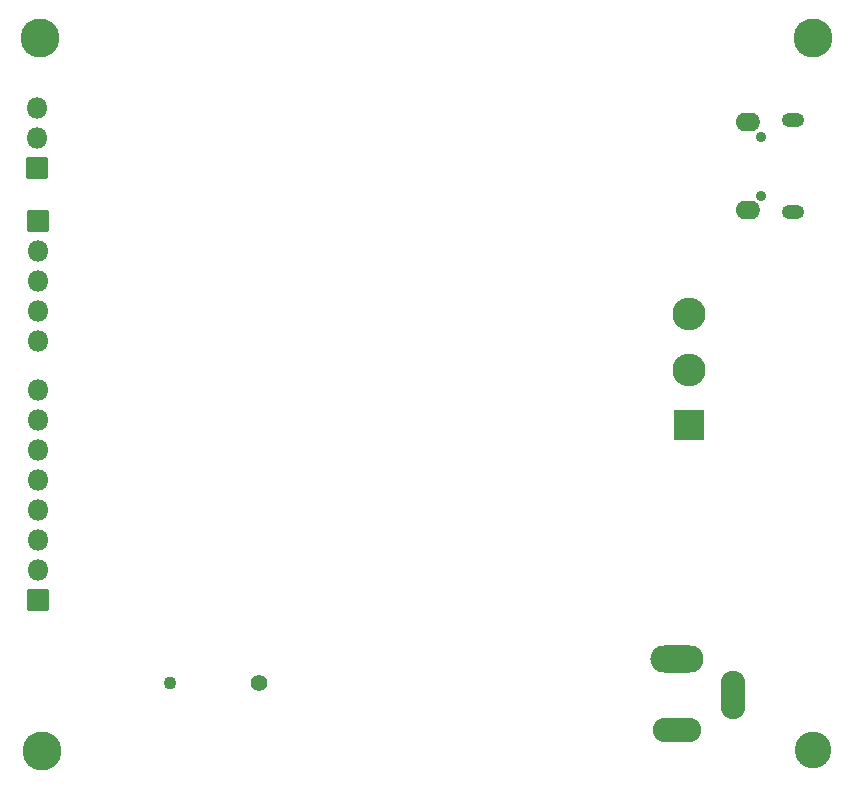
<source format=gbr>
%TF.GenerationSoftware,KiCad,Pcbnew,7.0.5*%
%TF.CreationDate,2023-07-07T19:33:34+07:00*%
%TF.ProjectId,19-6-2023_WeatherStation_QuocThang_V1,31392d36-2d32-4303-9233-5f5765617468,rev?*%
%TF.SameCoordinates,Original*%
%TF.FileFunction,Soldermask,Bot*%
%TF.FilePolarity,Negative*%
%FSLAX46Y46*%
G04 Gerber Fmt 4.6, Leading zero omitted, Abs format (unit mm)*
G04 Created by KiCad (PCBNEW 7.0.5) date 2023-07-07 19:33:34*
%MOMM*%
%LPD*%
G01*
G04 APERTURE LIST*
G04 Aperture macros list*
%AMRoundRect*
0 Rectangle with rounded corners*
0 $1 Rounding radius*
0 $2 $3 $4 $5 $6 $7 $8 $9 X,Y pos of 4 corners*
0 Add a 4 corners polygon primitive as box body*
4,1,4,$2,$3,$4,$5,$6,$7,$8,$9,$2,$3,0*
0 Add four circle primitives for the rounded corners*
1,1,$1+$1,$2,$3*
1,1,$1+$1,$4,$5*
1,1,$1+$1,$6,$7*
1,1,$1+$1,$8,$9*
0 Add four rect primitives between the rounded corners*
20,1,$1+$1,$2,$3,$4,$5,0*
20,1,$1+$1,$4,$5,$6,$7,0*
20,1,$1+$1,$6,$7,$8,$9,0*
20,1,$1+$1,$8,$9,$2,$3,0*%
G04 Aperture macros list end*
%ADD10C,3.301600*%
%ADD11RoundRect,0.050800X0.850000X0.850000X-0.850000X0.850000X-0.850000X-0.850000X0.850000X-0.850000X0*%
%ADD12O,1.801600X1.801600*%
%ADD13RoundRect,0.050800X-0.850000X-0.850000X0.850000X-0.850000X0.850000X0.850000X-0.850000X0.850000X0*%
%ADD14C,1.101600*%
%ADD15C,1.401600*%
%ADD16RoundRect,0.050800X1.250000X-1.250000X1.250000X1.250000X-1.250000X1.250000X-1.250000X-1.250000X0*%
%ADD17O,2.801600X2.801600*%
%ADD18O,0.901600X0.901600*%
%ADD19O,1.901600X1.251600*%
%ADD20O,2.101600X1.551600*%
%ADD21C,3.101600*%
%ADD22O,4.501600X2.301600*%
%ADD23O,4.101600X2.101600*%
%ADD24O,2.101600X4.101600*%
G04 APERTURE END LIST*
D10*
%TO.C,H4*%
X179230000Y-42555000D03*
%TD*%
%TO.C,H1*%
X113950000Y-102908000D03*
%TD*%
D11*
%TO.C,J4*%
X113540000Y-90140000D03*
D12*
X113540000Y-87600000D03*
X113540000Y-85060000D03*
X113540000Y-82520000D03*
X113540000Y-79980000D03*
X113540000Y-77440000D03*
X113540000Y-74900000D03*
X113540000Y-72360000D03*
%TD*%
D13*
%TO.C,J5*%
X113550000Y-58050000D03*
D12*
X113550000Y-60590000D03*
X113550000Y-63130000D03*
X113550000Y-65670000D03*
X113550000Y-68210000D03*
%TD*%
D14*
%TO.C,J3*%
X124770000Y-97175000D03*
D15*
X132270000Y-97175000D03*
%TD*%
D16*
%TO.C,SW4*%
X168710000Y-75355000D03*
D17*
X168710000Y-70655000D03*
X168710000Y-65955000D03*
%TD*%
D18*
%TO.C,J2*%
X174750000Y-55915000D03*
X174750000Y-50915000D03*
D19*
X177500000Y-57290000D03*
D20*
X173700000Y-57140000D03*
X173700000Y-49690000D03*
D19*
X177500000Y-49540000D03*
%TD*%
D10*
%TO.C,H3*%
X113730000Y-42555000D03*
%TD*%
D21*
%TO.C,H2*%
X179230000Y-102808000D03*
%TD*%
D11*
%TO.C,J6*%
X113520000Y-53595000D03*
D12*
X113520000Y-51055000D03*
X113520000Y-48515000D03*
%TD*%
D22*
%TO.C,J1*%
X167700000Y-95162500D03*
D23*
X167700000Y-101162500D03*
D24*
X172400000Y-98162500D03*
%TD*%
M02*

</source>
